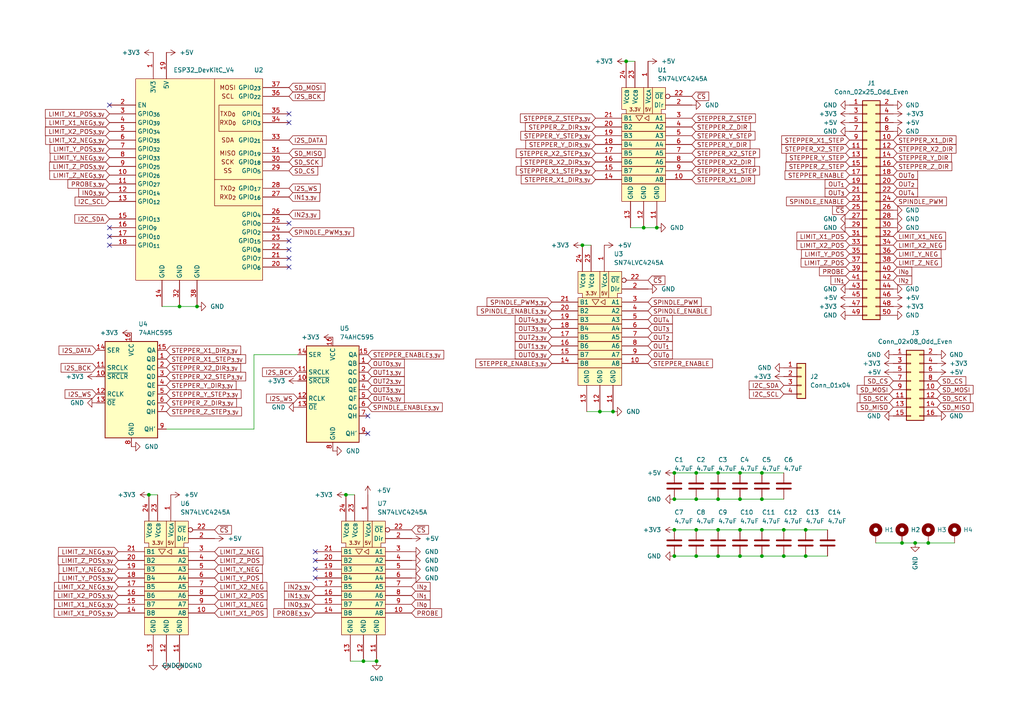
<source format=kicad_sch>
(kicad_sch (version 20211123) (generator eeschema)
  (paper "A4")
  (junction (at 177.8 119.38))
  (junction (at 220.98 137.16))
  (junction (at 261.62 157.48))
  (junction (at 214.63 153.67))
  (junction (at 208.28 144.78))
  (junction (at 208.28 161.29))
  (junction (at 220.98 161.29))
  (junction (at 173.99 119.38))
  (junction (at 201.93 137.16))
  (junction (at 208.28 137.16))
  (junction (at 265.43 157.48))
  (junction (at 105.41 191.77))
  (junction (at 100.33 143.51))
  (junction (at 214.63 161.29))
  (junction (at 195.58 161.29))
  (junction (at 201.93 144.78))
  (junction (at 220.98 144.78))
  (junction (at 109.22 191.77))
  (junction (at 220.98 153.67))
  (junction (at 201.93 161.29))
  (junction (at 269.24 157.48))
  (junction (at 181.61 17.78))
  (junction (at 227.33 153.67))
  (junction (at 214.63 137.16))
  (junction (at 43.18 143.51))
  (junction (at 190.5 66.04))
  (junction (at 57.15 88.9))
  (junction (at 233.68 161.29))
  (junction (at 195.58 137.16))
  (junction (at 195.58 144.78))
  (junction (at 214.63 144.78))
  (junction (at 227.33 161.29))
  (junction (at 186.69 66.04))
  (junction (at 52.07 88.9))
  (junction (at 201.93 153.67))
  (junction (at 195.58 153.67))
  (junction (at 168.91 71.12))
  (junction (at 233.68 153.67))
  (junction (at 208.28 153.67))
  (no_connect (at 83.82 33.02))
  (no_connect (at 83.82 35.56))
  (no_connect (at 83.82 64.77))
  (no_connect (at 83.82 77.47))
  (no_connect (at 83.82 72.39))
  (no_connect (at 83.82 74.93))
  (no_connect (at 31.75 66.04))
  (no_connect (at 31.75 68.58))
  (no_connect (at 31.75 71.12))
  (no_connect (at 83.82 69.85))
  (no_connect (at 106.68 120.65))
  (no_connect (at 106.68 125.73))
  (no_connect (at 91.44 160.02))
  (no_connect (at 91.44 162.56))
  (no_connect (at 91.44 165.1))
  (no_connect (at 91.44 167.64))
  (no_connect (at 31.75 30.48))
  (wire (pts (xy 220.98 161.29) (xy 227.33 161.29)))
  (wire (pts (xy 214.63 144.78) (xy 220.98 144.78)))
  (wire (pts (xy 52.07 88.9) (xy 46.99 88.9)))
  (wire (pts (xy 254 157.48) (xy 261.62 157.48)))
  (wire (pts (xy 201.93 161.29) (xy 208.28 161.29)))
  (wire (pts (xy 227.33 161.29) (xy 233.68 161.29)))
  (wire (pts (xy 201.93 153.67) (xy 208.28 153.67)))
  (wire (pts (xy 182.88 66.04) (xy 186.69 66.04)))
  (wire (pts (xy 214.63 161.29) (xy 220.98 161.29)))
  (wire (pts (xy 48.26 124.46) (xy 73.66 124.46)))
  (wire (pts (xy 195.58 153.67) (xy 201.93 153.67)))
  (wire (pts (xy 57.15 88.9) (xy 52.07 88.9)))
  (wire (pts (xy 43.18 143.51) (xy 45.72 143.51)))
  (wire (pts (xy 208.28 144.78) (xy 214.63 144.78)))
  (wire (pts (xy 201.93 144.78) (xy 208.28 144.78)))
  (wire (pts (xy 170.18 119.38) (xy 173.99 119.38)))
  (wire (pts (xy 220.98 153.67) (xy 227.33 153.67)))
  (wire (pts (xy 195.58 160.02) (xy 195.58 161.29)))
  (wire (pts (xy 201.93 137.16) (xy 208.28 137.16)))
  (wire (pts (xy 100.33 143.51) (xy 102.87 143.51)))
  (wire (pts (xy 101.6 191.77) (xy 105.41 191.77)))
  (wire (pts (xy 265.43 157.48) (xy 269.24 157.48)))
  (wire (pts (xy 214.63 137.16) (xy 220.98 137.16)))
  (wire (pts (xy 227.33 153.67) (xy 233.68 153.67)))
  (wire (pts (xy 73.66 102.87) (xy 86.36 102.87)))
  (wire (pts (xy 233.68 153.67) (xy 240.03 153.67)))
  (wire (pts (xy 233.68 161.29) (xy 240.03 161.29)))
  (wire (pts (xy 208.28 153.67) (xy 214.63 153.67)))
  (wire (pts (xy 261.62 157.48) (xy 265.43 157.48)))
  (wire (pts (xy 208.28 137.16) (xy 214.63 137.16)))
  (wire (pts (xy 214.63 153.67) (xy 220.98 153.67)))
  (wire (pts (xy 73.66 124.46) (xy 73.66 102.87)))
  (wire (pts (xy 269.24 157.48) (xy 276.86 157.48)))
  (wire (pts (xy 208.28 161.29) (xy 214.63 161.29)))
  (wire (pts (xy 195.58 137.16) (xy 201.93 137.16)))
  (wire (pts (xy 173.99 119.38) (xy 177.8 119.38)))
  (wire (pts (xy 220.98 144.78) (xy 227.33 144.78)))
  (wire (pts (xy 220.98 137.16) (xy 227.33 137.16)))
  (wire (pts (xy 195.58 144.78) (xy 201.93 144.78)))
  (wire (pts (xy 105.41 191.77) (xy 109.22 191.77)))
  (wire (pts (xy 195.58 161.29) (xy 201.93 161.29)))
  (wire (pts (xy 168.91 71.12) (xy 171.45 71.12)))
  (wire (pts (xy 181.61 17.78) (xy 184.15 17.78)))
  (wire (pts (xy 186.69 66.04) (xy 190.5 66.04)))
  (global_label "I2S_WS" (shape input) (at 27.94 114.3 180) (property "Intersheet References" "${INTERSHEET_REFS}" (effects hide)))
  (global_label "STEPPER_ENABLE_{3.3V}" (shape input) (at 106.68 102.87 0) (property "Intersheet References" "${INTERSHEET_REFS}" (effects hide)))
  (global_label "IN_{2}" (shape input) (at 259.08 81.28 0) (property "Intersheet References" "${INTERSHEET_REFS}" (effects hide)))
  (global_label "I2S_WS" (shape input) (at 83.82 54.61 0) (property "Intersheet References" "${INTERSHEET_REFS}" (effects hide)))
  (global_label "I2S_WS" (shape input) (at 86.36 115.57 180) (property "Intersheet References" "${INTERSHEET_REFS}" (effects hide)))
  (global_label "STEPPER_X2_STEP" (shape input) (at 246.38 43.18 180) (property "Intersheet References" "${INTERSHEET_REFS}" (effects hide)))
  (global_label "SPINDLE_PWM_{3.3V}" (shape input) (at 160.02 87.63 180) (property "Intersheet References" "${INTERSHEET_REFS}" (effects hide)))
  (global_label "I2S_DATA" (shape input) (at 83.82 40.64 0) (property "Intersheet References" "${INTERSHEET_REFS}" (effects hide)))
  (global_label "OUT1_{3.3V}" (shape input) (at 106.68 107.95 0) (property "Intersheet References" "${INTERSHEET_REFS}" (effects hide)))
  (global_label "~{CS}" (shape input) (at 119.38 153.67 0) (property "Intersheet References" "${INTERSHEET_REFS}" (effects hide)))
  (global_label "OUT_{0}" (shape input) (at 187.96 102.87 0) (property "Intersheet References" "${INTERSHEET_REFS}" (effects hide)))
  (global_label "OUT_{0}" (shape input) (at 259.08 50.8 0) (property "Intersheet References" "${INTERSHEET_REFS}" (effects hide)))
  (global_label "OUT_{2}" (shape input) (at 259.08 53.34 0) (property "Intersheet References" "${INTERSHEET_REFS}" (effects hide)))
  (global_label "LIMIT_X1_NEG_{3.3V}" (shape input) (at 31.75 35.56 180) (property "Intersheet References" "${INTERSHEET_REFS}" (effects hide)))
  (global_label "STEPPER_Z_STEP_{3.3V}" (shape input) (at 48.26 119.38 0) (property "Intersheet References" "${INTERSHEET_REFS}" (effects hide)))
  (global_label "STEPPER_ENABLE" (shape input) (at 187.96 105.41 0) (property "Intersheet References" "${INTERSHEET_REFS}" (effects hide)))
  (global_label "SD_MOSI" (shape input) (at 271.78 113.03 0) (property "Intersheet References" "${INTERSHEET_REFS}" (effects hide)))
  (global_label "STEPPER_X1_DIR_{3.3V}" (shape input) (at 172.72 52.07 180) (property "Intersheet References" "${INTERSHEET_REFS}" (effects hide)))
  (global_label "LIMIT_Z_POS_{3.3V}" (shape input) (at 31.75 48.26 180) (property "Intersheet References" "${INTERSHEET_REFS}" (effects hide)))
  (global_label "SD_CS" (shape input) (at 271.78 110.49 0) (property "Intersheet References" "${INTERSHEET_REFS}" (effects hide)))
  (global_label "OUT_{1}" (shape input) (at 187.96 100.33 0) (property "Intersheet References" "${INTERSHEET_REFS}" (effects hide)))
  (global_label "STEPPER_Z_DIR_{3.3V}" (shape input) (at 172.72 36.83 180) (property "Intersheet References" "${INTERSHEET_REFS}" (effects hide)))
  (global_label "LIMIT_X2_NEG" (shape input) (at 62.23 170.18 0) (property "Intersheet References" "${INTERSHEET_REFS}" (effects hide)))
  (global_label "I2C_SCL" (shape input) (at 227.33 114.3 180) (property "Intersheet References" "${INTERSHEET_REFS}" (effects hide)))
  (global_label "SD_MISO" (shape input) (at 271.78 118.11 0) (property "Intersheet References" "${INTERSHEET_REFS}" (effects hide)))
  (global_label "IN_{1}" (shape input) (at 246.38 81.28 180) (property "Intersheet References" "${INTERSHEET_REFS}" (effects hide)))
  (global_label "LIMIT_X1_POS_{3.3V}" (shape input) (at 31.75 33.02 180) (property "Intersheet References" "${INTERSHEET_REFS}" (effects hide)))
  (global_label "PROBE_{3.3V}" (shape input) (at 91.44 177.8 180) (property "Intersheet References" "${INTERSHEET_REFS}" (effects hide)))
  (global_label "IN_{1}" (shape input) (at 119.38 172.72 0) (property "Intersheet References" "${INTERSHEET_REFS}" (effects hide)))
  (global_label "LIMIT_Y_POS_{3.3V}" (shape input) (at 34.29 167.64 180) (property "Intersheet References" "${INTERSHEET_REFS}" (effects hide)))
  (global_label "STEPPER_X1_STEP_{3.3V}" (shape input) (at 48.26 104.14 0) (property "Intersheet References" "${INTERSHEET_REFS}" (effects hide)))
  (global_label "LIMIT_X1_POS" (shape input) (at 62.23 177.8 0) (property "Intersheet References" "${INTERSHEET_REFS}" (effects hide)))
  (global_label "LIMIT_Y_POS" (shape input) (at 62.23 167.64 0) (property "Intersheet References" "${INTERSHEET_REFS}" (effects hide)))
  (global_label "OUT2_{3.3V}" (shape input) (at 160.02 97.79 180) (property "Intersheet References" "${INTERSHEET_REFS}" (effects hide)))
  (global_label "STEPPER_Z_STEP_{3.3V}" (shape input) (at 172.72 34.29 180) (property "Intersheet References" "${INTERSHEET_REFS}" (effects hide)))
  (global_label "IN1_{3.3V}" (shape input) (at 91.44 172.72 180) (property "Intersheet References" "${INTERSHEET_REFS}" (effects hide)))
  (global_label "STEPPER_X2_STEP" (shape input) (at 200.66 44.45 0) (property "Intersheet References" "${INTERSHEET_REFS}" (effects hide)))
  (global_label "~{CS}" (shape input) (at 246.38 60.96 180) (property "Intersheet References" "${INTERSHEET_REFS}" (effects hide)))
  (global_label "LIMIT_X1_NEG_{3.3V}" (shape input) (at 34.29 175.26 180) (property "Intersheet References" "${INTERSHEET_REFS}" (effects hide)))
  (global_label "SPINDLE_ENABLE" (shape input) (at 246.38 58.42 180) (property "Intersheet References" "${INTERSHEET_REFS}" (effects hide)))
  (global_label "LIMIT_Y_NEG" (shape input) (at 62.23 165.1 0) (property "Intersheet References" "${INTERSHEET_REFS}" (effects hide)))
  (global_label "OUT_{3}" (shape input) (at 246.38 55.88 180) (property "Intersheet References" "${INTERSHEET_REFS}" (effects hide)))
  (global_label "I2C_SCL" (shape input) (at 31.75 58.42 180) (property "Intersheet References" "${INTERSHEET_REFS}" (effects hide)))
  (global_label "LIMIT_X1_NEG" (shape input) (at 62.23 175.26 0) (property "Intersheet References" "${INTERSHEET_REFS}" (effects hide)))
  (global_label "LIMIT_X2_POS" (shape input) (at 62.23 172.72 0) (property "Intersheet References" "${INTERSHEET_REFS}" (effects hide)))
  (global_label "OUT0_{3.3V}" (shape input) (at 160.02 102.87 180) (property "Intersheet References" "${INTERSHEET_REFS}" (effects hide)))
  (global_label "IN2_{3.3V}" (shape input) (at 91.44 170.18 180) (property "Intersheet References" "${INTERSHEET_REFS}" (effects hide)))
  (global_label "OUT_{3}" (shape input) (at 187.96 95.25 0) (property "Intersheet References" "${INTERSHEET_REFS}" (effects hide)))
  (global_label "OUT_{2}" (shape input) (at 187.96 97.79 0) (property "Intersheet References" "${INTERSHEET_REFS}" (effects hide)))
  (global_label "LIMIT_Y_NEG_{3.3V}" (shape input) (at 34.29 165.1 180) (property "Intersheet References" "${INTERSHEET_REFS}" (effects hide)))
  (global_label "STEPPER_Z_DIR_{3.3V}" (shape input) (at 48.26 116.84 0) (property "Intersheet References" "${INTERSHEET_REFS}" (effects hide)))
  (global_label "LIMIT_X2_NEG_{3.3V}" (shape input) (at 31.75 40.64 180) (property "Intersheet References" "${INTERSHEET_REFS}" (effects hide)))
  (global_label "STEPPER_X1_DIR" (shape input) (at 200.66 52.07 0) (property "Intersheet References" "${INTERSHEET_REFS}" (effects hide)))
  (global_label "OUT1_{3.3V}" (shape input) (at 160.02 100.33 180) (property "Intersheet References" "${INTERSHEET_REFS}" (effects hide)))
  (global_label "OUT_{4}" (shape input) (at 259.08 55.88 0) (property "Intersheet References" "${INTERSHEET_REFS}" (effects hide)))
  (global_label "STEPPER_Z_STEP" (shape input) (at 200.66 34.29 0) (property "Intersheet References" "${INTERSHEET_REFS}" (effects hide)))
  (global_label "OUT3_{3.3V}" (shape input) (at 160.02 95.25 180) (property "Intersheet References" "${INTERSHEET_REFS}" (effects hide)))
  (global_label "STEPPER_X1_STEP_{3.3V}" (shape input) (at 172.72 49.53 180) (property "Intersheet References" "${INTERSHEET_REFS}" (effects hide)))
  (global_label "OUT_{1}" (shape input) (at 246.38 53.34 180) (property "Intersheet References" "${INTERSHEET_REFS}" (effects hide)))
  (global_label "STEPPER_X2_DIR_{3.3V}" (shape input) (at 172.72 46.99 180) (property "Intersheet References" "${INTERSHEET_REFS}" (effects hide)))
  (global_label "LIMIT_X2_POS_{3.3V}" (shape input) (at 31.75 38.1 180) (property "Intersheet References" "${INTERSHEET_REFS}" (effects hide)))
  (global_label "LIMIT_X2_POS_{3.3V}" (shape input) (at 34.29 172.72 180) (property "Intersheet References" "${INTERSHEET_REFS}" (effects hide)))
  (global_label "LIMIT_X1_POS" (shape input) (at 246.38 68.58 180) (property "Intersheet References" "${INTERSHEET_REFS}" (effects hide)))
  (global_label "IN2_{3.3V}" (shape input) (at 83.82 62.23 0) (property "Intersheet References" "${INTERSHEET_REFS}" (effects hide)))
  (global_label "SD_MISO" (shape input) (at 259.08 118.11 180) (property "Intersheet References" "${INTERSHEET_REFS}" (effects hide)))
  (global_label "OUT4_{3.3V}" (shape input) (at 106.68 115.57 0) (property "Intersheet References" "${INTERSHEET_REFS}" (effects hide)))
  (global_label "SD_MOSI" (shape input) (at 259.08 113.03 180) (property "Intersheet References" "${INTERSHEET_REFS}" (effects hide)))
  (global_label "IN_{0}" (shape input) (at 259.08 78.74 0) (property "Intersheet References" "${INTERSHEET_REFS}" (effects hide)))
  (global_label "SD_MOSI" (shape input) (at 83.82 25.4 0) (property "Intersheet References" "${INTERSHEET_REFS}" (effects hide)))
  (global_label "I2S_BCK" (shape input) (at 86.36 107.95 180) (property "Intersheet References" "${INTERSHEET_REFS}" (effects hide)))
  (global_label "OUT2_{3.3V}" (shape input) (at 106.68 110.49 0) (property "Intersheet References" "${INTERSHEET_REFS}" (effects hide)))
  (global_label "STEPPER_X2_STEP_{3.3V}" (shape input) (at 48.26 109.22 0) (property "Intersheet References" "${INTERSHEET_REFS}" (effects hide)))
  (global_label "LIMIT_Z_POS" (shape input) (at 246.38 76.2 180) (property "Intersheet References" "${INTERSHEET_REFS}" (effects hide)))
  (global_label "OUT0_{3.3V}" (shape input) (at 106.68 105.41 0) (property "Intersheet References" "${INTERSHEET_REFS}" (effects hide)))
  (global_label "LIMIT_Y_POS_{3.3V}" (shape input) (at 31.75 43.18 180) (property "Intersheet References" "${INTERSHEET_REFS}" (effects hide)))
  (global_label "STEPPER_Z_STEP" (shape input) (at 246.38 48.26 180) (property "Intersheet References" "${INTERSHEET_REFS}" (effects hide)))
  (global_label "~{CS}" (shape input) (at 62.23 153.67 0) (property "Intersheet References" "${INTERSHEET_REFS}" (effects hide)))
  (global_label "STEPPER_X1_STEP" (shape input) (at 200.66 49.53 0) (property "Intersheet References" "${INTERSHEET_REFS}" (effects hide)))
  (global_label "SPINDLE_PWM" (shape input) (at 187.96 87.63 0) (property "Intersheet References" "${INTERSHEET_REFS}" (effects hide)))
  (global_label "STEPPER_ENABLE" (shape input) (at 246.38 50.8 180) (property "Intersheet References" "${INTERSHEET_REFS}" (effects hide)))
  (global_label "IN1_{3.3V}" (shape input) (at 83.82 57.15 0) (property "Intersheet References" "${INTERSHEET_REFS}" (effects hide)))
  (global_label "STEPPER_Y_DIR" (shape input) (at 200.66 41.91 0) (property "Intersheet References" "${INTERSHEET_REFS}" (effects hide)))
  (global_label "I2S_BCK" (shape input) (at 83.82 27.94 0) (property "Intersheet References" "${INTERSHEET_REFS}" (effects hide)))
  (global_label "STEPPER_Y_STEP_{3.3V}" (shape input) (at 172.72 39.37 180) (property "Intersheet References" "${INTERSHEET_REFS}" (effects hide)))
  (global_label "STEPPER_Y_STEP_{3.3V}" (shape input) (at 48.26 114.3 0) (property "Intersheet References" "${INTERSHEET_REFS}" (effects hide)))
  (global_label "SPINDLE_ENABLE_{3.3V}" (shape input) (at 106.68 118.11 0) (property "Intersheet References" "${INTERSHEET_REFS}" (effects hide)))
  (global_label "I2C_SDA" (shape input) (at 227.33 111.76 180) (property "Intersheet References" "${INTERSHEET_REFS}" (effects hide)))
  (global_label "PROBE_{3.3V}" (shape input) (at 31.75 53.34 180) (property "Intersheet References" "${INTERSHEET_REFS}" (effects hide)))
  (global_label "LIMIT_Z_NEG_{3.3V}" (shape input) (at 34.29 160.02 180) (property "Intersheet References" "${INTERSHEET_REFS}" (effects hide)))
  (global_label "STEPPER_Y_STEP" (shape input) (at 246.38 45.72 180) (property "Intersheet References" "${INTERSHEET_REFS}" (effects hide)))
  (global_label "I2S_DATA" (shape input) (at 27.94 101.6 180) (property "Intersheet References" "${INTERSHEET_REFS}" (effects hide)))
  (global_label "LIMIT_Z_NEG" (shape input) (at 62.23 160.02 0) (property "Intersheet References" "${INTERSHEET_REFS}" (effects hide)))
  (global_label "LIMIT_Y_NEG" (shape input) (at 259.08 73.66 0) (property "Intersheet References" "${INTERSHEET_REFS}" (effects hide)))
  (global_label "LIMIT_X1_POS_{3.3V}" (shape input) (at 34.29 177.8 180) (property "Intersheet References" "${INTERSHEET_REFS}" (effects hide)))
  (global_label "LIMIT_Z_POS_{3.3V}" (shape input) (at 34.29 162.56 180) (property "Intersheet References" "${INTERSHEET_REFS}" (effects hide)))
  (global_label "SPINDLE_PWM_{3.3V}" (shape input) (at 83.82 67.31 0) (property "Intersheet References" "${INTERSHEET_REFS}" (effects hide)))
  (global_label "STEPPER_Y_DIR_{3.3V}" (shape input) (at 172.72 41.91 180) (property "Intersheet References" "${INTERSHEET_REFS}" (effects hide)))
  (global_label "PROBE" (shape input) (at 119.38 177.8 0) (property "Intersheet References" "${INTERSHEET_REFS}" (effects hide)))
  (global_label "IN0_{3.3V}" (shape input) (at 91.44 175.26 180) (property "Intersheet References" "${INTERSHEET_REFS}" (effects hide)))
  (global_label "LIMIT_Z_POS" (shape input) (at 62.23 162.56 0) (property "Intersheet References" "${INTERSHEET_REFS}" (effects hide)))
  (global_label "SD_CS" (shape input) (at 83.82 49.53 0) (property "Intersheet References" "${INTERSHEET_REFS}" (effects hide)))
  (global_label "STEPPER_Y_DIR" (shape input) (at 259.08 45.72 0) (property "Intersheet References" "${INTERSHEET_REFS}" (effects hide)))
  (global_label "LIMIT_X2_NEG_{3.3V}" (shape input) (at 34.29 170.18 180) (property "Intersheet References" "${INTERSHEET_REFS}" (effects hide)))
  (global_label "STEPPER_X2_STEP_{3.3V}" (shape input) (at 172.72 44.45 180) (property "Intersheet References" "${INTERSHEET_REFS}" (effects hide)))
  (global_label "OUT3_{3.3V}" (shape input) (at 106.68 113.03 0) (property "Intersheet References" "${INTERSHEET_REFS}" (effects hide)))
  (global_label "STEPPER_X2_DIR" (shape input) (at 259.08 43.18 0) (property "Intersheet References" "${INTERSHEET_REFS}" (effects hide)))
  (global_label "OUT4_{3.3V}" (shape input) (at 160.02 92.71 180) (property "Intersheet References" "${INTERSHEET_REFS}" (effects hide)))
  (global_label "SPINDLE_ENABLE_{3.3V}" (shape input) (at 160.02 90.17 180) (property "Intersheet References" "${INTERSHEET_REFS}" (effects hide)))
  (global_label "STEPPER_Y_STEP" (shape input) (at 200.66 39.37 0) (property "Intersheet References" "${INTERSHEET_REFS}" (effects hide)))
  (global_label "STEPPER_X1_DIR_{3.3V}" (shape input) (at 48.26 101.6 0) (property "Intersheet References" "${INTERSHEET_REFS}" (effects hide)))
  (global_label "STEPPER_Z_DIR" (shape input) (at 259.08 48.26 0) (property "Intersheet References" "${INTERSHEET_REFS}" (effects hide)))
  (global_label "SPINDLE_PWM" (shape input) (at 259.08 58.42 0) (property "Intersheet References" "${INTERSHEET_REFS}" (effects hide)))
  (global_label "OUT_{4}" (shape input) (at 187.96 92.71 0) (property "Intersheet References" "${INTERSHEET_REFS}" (effects hide)))
  (global_label "~{CS}" (shape input) (at 200.66 27.94 0) (property "Intersheet References" "${INTERSHEET_REFS}" (effects hide)))
  (global_label "SPINDLE_ENABLE" (shape input) (at 187.96 90.17 0) (property "Intersheet References" "${INTERSHEET_REFS}" (effects hide)))
  (global_label "LIMIT_Z_NEG_{3.3V}" (shape input) (at 31.75 50.8 180) (property "Intersheet References" "${INTERSHEET_REFS}" (effects hide)))
  (global_label "STEPPER_X2_DIR_{3.3V}" (shape input) (at 48.26 106.68 0) (property "Intersheet References" "${INTERSHEET_REFS}" (effects hide)))
  (global_label "LIMIT_Y_POS" (shape input) (at 246.38 73.66 180) (property "Intersheet References" "${INTERSHEET_REFS}" (effects hide)))
  (global_label "SD_SCK" (shape input) (at 83.82 46.99 0) (property "Intersheet References" "${INTERSHEET_REFS}" (effects hide)))
  (global_label "LIMIT_X2_POS" (shape input) (at 246.38 71.12 180) (property "Intersheet References" "${INTERSHEET_REFS}" (effects hide)))
  (global_label "IN0_{3.3V}" (shape input) (at 31.75 55.88 180) (property "Intersheet References" "${INTERSHEET_REFS}" (effects hide)))
  (global_label "IN_{2}" (shape input) (at 119.38 170.18 0) (property "Intersheet References" "${INTERSHEET_REFS}" (effects hide)))
  (global_label "STEPPER_X1_STEP" (shape input) (at 246.38 40.64 180) (property "Intersheet References" "${INTERSHEET_REFS}" (effects hide)))
  (global_label "SD_SCK" (shape input) (at 271.78 115.57 0) (property "Intersheet References" "${INTERSHEET_REFS}" (effects hide)))
  (global_label "I2S_BCK" (shape input) (at 27.94 106.68 180) (property "Intersheet References" "${INTERSHEET_REFS}" (effects hide)))
  (global_label "STEPPER_Z_DIR" (shape input) (at 200.66 36.83 0) (property "Intersheet References" "${INTERSHEET_REFS}" (effects hide)))
  (global_label "IN_{0}" (shape input) (at 119.38 175.26 0) (property "Intersheet References" "${INTERSHEET_REFS}" (effects hide)))
  (global_label "STEPPER_ENABLE_{3.3V}" (shape input) (at 160.02 105.41 180) (property "Intersheet References" "${INTERSHEET_REFS}" (effects hide)))
  (global_label "I2C_SDA" (shape input) (at 31.75 63.5 180) (property "Intersheet References" "${INTERSHEET_REFS}" (effects hide)))
  (global_label "PROBE" (shape input) (at 246.38 78.74 180) (property "Intersheet References" "${INTERSHEET_REFS}" (effects hide)))
  (global_label "~{CS}" (shape input) (at 187.96 81.28 0) (property "Intersheet References" "${INTERSHEET_REFS}" (effects hide)))
  (global_label "LIMIT_X2_NEG" (shape input) (at 259.08 71.12 0) (property "Intersheet References" "${INTERSHEET_REFS}" (effects hide)))
  (global_label "LIMIT_X1_NEG" (shape input) (at 259.08 68.58 0) (property "Intersheet References" "${INTERSHEET_REFS}" (effects hide)))
  (global_label "LIMIT_Y_NEG_{3.3V}" (shape input) (at 31.75 45.72 180) (property "Intersheet References" "${INTERSHEET_REFS}" (effects hide)))
  (global_label "SD_MISO" (shape input) (at 83.82 44.45 0) (property "Intersheet References" "${INTERSHEET_REFS}" (effects hide)))
  (global_label "STEPPER_X1_DIR" (shape input) (at 259.08 40.64 0) (property "Intersheet References" "${INTERSHEET_REFS}" (effects hide)))
  (global_label "STEPPER_X2_DIR" (shape input) (at 200.66 46.99 0) (property "Intersheet References" "${INTERSHEET_REFS}" (effects hide)))
  (global_label "STEPPER_Y_DIR_{3.3V}" (shape input) (at 48.26 111.76 0) (property "Intersheet References" "${INTERSHEET_REFS}" (effects hide)))
  (global_label "SD_SCK" (shape input) (at 259.08 115.57 180) (property "Intersheet References" "${INTERSHEET_REFS}" (effects hide)))
  (global_label "LIMIT_Z_NEG" (shape input) (at 259.08 76.2 0) (property "Intersheet References" "${INTERSHEET_REFS}" (effects hide)))
  (global_label "SD_CS" (shape input) (at 259.08 110.49 180) (property "Intersheet References" "${INTERSHEET_REFS}" (effects hide)))
  (symbol (lib_id "power:GND") (at 246.38 66.04 270) (unit 1)
    (property "Reference" "#PWR018" (effects hide))
    (property "Value" "GND" (at 238.76 66.04 90) (effects (justify left)))
  )
  (symbol (lib_id "power:+3V3") (at 43.18 143.51 90) (unit 1)
    (property "Reference" "#PWR052" (effects hide))
    (property "Value" "+3V3" (at 39.37 143.5099 90) (effects (justify left)))
  )
  (symbol (lib_id "power:+3V3") (at 38.1 96.52 90) (unit 1)
    (property "Reference" "#PWR032" (effects hide))
    (property "Value" "+3V3" (at 34.29 96.5199 90) (effects (justify left)))
  )
  (symbol (lib_id "power:+3V3") (at 195.58 153.67 90) (unit 1)
    (property "Reference" "#PWR057" (effects hide))
    (property "Value" "+3V3" (at 191.77 153.6699 90) (effects (justify left)))
  )
  (symbol (lib_id "power:GND") (at 190.5 66.04 90) (unit 1)
    (property "Reference" "#PWR017" (effects hide))
    (property "Value" "GND" (at 194.31 66.0399 90) (effects (justify right)))
  )
  (symbol (lib_id "power:GND") (at 44.45 191.77 0) (mirror y) (unit 1)
    (property "Reference" "#PWR0101" (effects hide))
    (property "Value" "GND" (at 46.99 193.0399 0) (effects (justify right)))
  )
  (symbol (lib_id "power:+5V") (at 62.23 156.21 270) (unit 1)
    (property "Reference" "#PWR058" (effects hide))
    (property "Value" "+5V" (at 66.04 156.2099 90) (effects (justify left)))
  )
  (symbol (lib_id "Device:C") (at 201.93 140.97 0) (unit 1)
    (property "Reference" "C2" (at 201.93 133.35 0) (effects (justify left)))
    (property "Value" "4.7uF" (at 201.93 135.89 0) (effects (justify left)))
    (property "Footprint" "Capacitor_SMD:C_0402_1005Metric" (effects hide))
    (property "JLCPCB" "C23733" (effects hide))
  )
  (symbol (lib_id "power:GND") (at 227.33 106.68 270) (unit 1)
    (property "Reference" "#PWR038" (effects hide))
    (property "Value" "GND" (at 219.71 106.68 90) (effects (justify left)))
  )
  (symbol (lib_id "power:GND") (at 259.08 83.82 90) (unit 1)
    (property "Reference" "#PWR024" (effects hide))
    (property "Value" "GND" (at 266.7 83.82 90) (effects (justify left)))
  )
  (symbol (lib_id "Device:C") (at 233.68 157.48 0) (unit 1)
    (property "Reference" "C13" (at 233.68 148.59 0) (effects (justify left)))
    (property "Value" "4.7uF" (at 233.68 151.13 0) (effects (justify left)))
    (property "Footprint" "Capacitor_SMD:C_0402_1005Metric" (effects hide))
    (property "JLCPCB" "C23733" (effects hide))
  )
  (symbol (lib_id "Connector_Generic:Conn_02x08_Odd_Even") (at 264.16 110.49 0) (unit 1)
    (property "Reference" "J3" (at 265.43 96.52 0))
    (property "Value" "Conn_02x08_Odd_Even" (at 265.43 99.06 0))
    (property "Footprint" "Connector_PinSocket_2.54mm:PinSocket_2x08_P2.54mm_Vertical" (effects hide))
  )
  (symbol (lib_id "power:+5V") (at 271.78 107.95 270) (unit 1)
    (property "Reference" "#PWR040" (effects hide))
    (property "Value" "+5V" (at 279.4 107.95 90) (effects (justify right)))
  )
  (symbol (lib_id "power:GND") (at 259.08 38.1 90) (unit 1)
    (property "Reference" "#PWR013" (effects hide))
    (property "Value" "GND" (at 266.7 38.1 90) (effects (justify left)))
  )
  (symbol (lib_id "Device:C") (at 214.63 140.97 0) (unit 1)
    (property "Reference" "C4" (at 214.63 133.35 0) (effects (justify left)))
    (property "Value" "4.7uF" (at 214.63 135.89 0) (effects (justify left)))
    (property "Footprint" "Capacitor_SMD:C_0402_1005Metric" (effects hide))
    (property "JLCPCB" "C23733" (effects hide))
  )
  (symbol (lib_id "power:GND") (at 195.58 144.78 270) (unit 1)
    (property "Reference" "#PWR056" (effects hide))
    (property "Value" "GND" (at 191.77 144.7799 90) (effects (justify right)))
  )
  (symbol (lib_id "Connector_Generic:Conn_02x25_Odd_Even") (at 251.46 60.96 0) (unit 1)
    (property "Reference" "J1" (at 252.73 24.13 0))
    (property "Value" "Conn_02x25_Odd_Even" (at 252.73 26.67 0))
    (property "Footprint" "Connector_PinHeader_2.54mm:PinHeader_2x25_P2.54mm_Horizontal" (effects hide))
  )
  (symbol (lib_id "power:GND") (at 187.96 83.82 90) (unit 1)
    (property "Reference" "#PWR022" (effects hide))
    (property "Value" "GND" (at 191.77 83.8199 90) (effects (justify right)))
  )
  (symbol (lib_id "power:GND") (at 38.1 129.54 90) (unit 1)
    (property "Reference" "#PWR049" (effects hide))
    (property "Value" "GND" (at 41.91 129.5399 90) (effects (justify right)))
  )
  (symbol (lib_id "power:+5V") (at 119.38 156.21 270) (unit 1)
    (property "Reference" "#PWR059" (effects hide))
    (property "Value" "+5V" (at 123.19 156.2099 90) (effects (justify left)))
  )
  (symbol (lib_id "JLC:SN74LVC4245A") (at 48.26 166.37 0) (mirror y) (unit 1)
    (property "Reference" "U6" (at 52.2987 146.05 0) (effects (justify right)))
    (property "Value" "SN74LVC4245A" (at 52.2987 148.59 0) (effects (justify right)))
    (property "Footprint" "Package_SO:TSSOP-24_4.4x7.8mm_P0.65mm" (effects hide))
    (property "Datasheet" "https://datasheet.lcsc.com/lcsc/1809192324_Texas-Instruments-SN74LVC4245APWR_C7859.pdf" (effects hide))
    (property "JLCPCB" "C7859" (effects hide))
  )
  (symbol (lib_id "power:+5V") (at 195.58 137.16 90) (unit 1)
    (property "Reference" "#PWR051" (effects hide))
    (property "Value" "+5V" (at 191.77 137.1599 90) (effects (justify left)))
  )
  (symbol (lib_id "Device:C") (at 227.33 140.97 0) (unit 1)
    (property "Reference" "C6" (at 227.33 133.35 0) (effects (justify left)))
    (property "Value" "4.7uF" (at 227.33 135.89 0) (effects (justify left)))
    (property "Footprint" "Capacitor_SMD:C_0402_1005Metric" (effects hide))
    (property "JLCPCB" "C23733" (effects hide))
  )
  (symbol (lib_id "Mechanical:MountingHole_Pad") (at 269.24 154.94 0) (unit 1)
    (property "Reference" "H3" (at 271.78 153.6699 0) (effects (justify left)))
    (property "Value" "MountingHole_Pad" (effects hide))
    (property "Footprint" "MountingHole:MountingHole_4.5mm_Pad_Via" (effects hide))
  )
  (symbol (lib_id "power:GND") (at 119.38 167.64 90) (unit 1)
    (property "Reference" "#PWR0104" (effects hide))
    (property "Value" "GND" (at 123.19 167.6399 90) (effects (justify right)))
  )
  (symbol (lib_id "power:+3V3") (at 246.38 33.02 90) (unit 1)
    (property "Reference" "#PWR08" (effects hide))
    (property "Value" "+3V3" (at 237.49 33.02 90) (effects (justify right)))
  )
  (symbol (lib_id "Device:C") (at 208.28 157.48 0) (unit 1)
    (property "Reference" "C9" (at 208.28 148.59 0) (effects (justify left)))
    (property "Value" "4.7uF" (at 208.28 151.13 0) (effects (justify left)))
    (property "Footprint" "Capacitor_SMD:C_0402_1005Metric" (effects hide))
    (property "JLCPCB" "C23733" (effects hide))
  )
  (symbol (lib_id "power:GND") (at 271.78 102.87 90) (unit 1)
    (property "Reference" "#PWR035" (effects hide))
    (property "Value" "GND" (at 279.4 102.87 90) (effects (justify left)))
  )
  (symbol (lib_id "power:GND") (at 259.08 91.44 90) (unit 1)
    (property "Reference" "#PWR031" (effects hide))
    (property "Value" "GND" (at 266.7 91.44 90) (effects (justify left)))
  )
  (symbol (lib_id "power:+3V3") (at 259.08 88.9 270) (unit 1)
    (property "Reference" "#PWR029" (effects hide))
    (property "Value" "+3V3" (at 267.97 88.9 90) (effects (justify right)))
  )
  (symbol (lib_id "power:GND") (at 259.08 102.87 270) (unit 1)
    (property "Reference" "#PWR034" (effects hide))
    (property "Value" "GND" (at 251.46 102.87 90) (effects (justify left)))
  )
  (symbol (lib_id "power:GND") (at 246.38 83.82 270) (unit 1)
    (property "Reference" "#PWR023" (effects hide))
    (property "Value" "GND" (at 238.76 83.82 90) (effects (justify left)))
  )
  (symbol (lib_id "JLC:SN74LVC4245A") (at 173.99 93.98 0) (mirror y) (unit 1)
    (property "Reference" "U3" (at 178.0287 73.66 0) (effects (justify right)))
    (property "Value" "SN74LVC4245A" (at 178.0287 76.2 0) (effects (justify right)))
    (property "Footprint" "Package_SO:TSSOP-24_4.4x7.8mm_P0.65mm" (effects hide))
    (property "Datasheet" "https://datasheet.lcsc.com/lcsc/1809192324_Texas-Instruments-SN74LVC4245APWR_C7859.pdf" (effects hide))
    (property "JLCPCB" "C7859" (effects hide))
  )
  (symbol (lib_id "power:GND") (at 109.22 191.77 0) (unit 1)
    (property "Reference" "#PWR063" (effects hide))
    (property "Value" "GND" (at 109.22 196.85 0))
  )
  (symbol (lib_id "power:+3V3") (at 96.52 97.79 90) (unit 1)
    (property "Reference" "#PWR033" (effects hide))
    (property "Value" "+3V3" (at 92.71 97.7899 90) (effects (justify left)))
  )
  (symbol (lib_id "Device:C") (at 220.98 157.48 0) (unit 1)
    (property "Reference" "C11" (at 220.98 148.59 0) (effects (justify left)))
    (property "Value" "4.7uF" (at 220.98 151.13 0) (effects (justify left)))
    (property "Footprint" "Capacitor_SMD:C_0402_1005Metric" (effects hide))
    (property "JLCPCB" "C23733" (effects hide))
  )
  (symbol (lib_id "Device:C") (at 227.33 157.48 0) (unit 1)
    (property "Reference" "C12" (at 227.33 148.59 0) (effects (justify left)))
    (property "Value" "4.7uF" (at 227.33 151.13 0) (effects (justify left)))
    (property "Footprint" "Capacitor_SMD:C_0402_1005Metric" (effects hide))
    (property "JLCPCB" "C23733" (effects hide))
  )
  (symbol (lib_id "power:GND") (at 119.38 165.1 90) (unit 1)
    (property "Reference" "#PWR0103" (effects hide))
    (property "Value" "GND" (at 123.19 165.0999 90) (effects (justify right)))
  )
  (symbol (lib_id "power:GND") (at 246.38 63.5 270) (unit 1)
    (property "Reference" "#PWR015" (effects hide))
    (property "Value" "GND" (at 238.76 63.5 90) (effects (justify left)))
  )
  (symbol (lib_id "Device:C") (at 240.03 157.48 0) (unit 1)
    (property "Reference" "C14" (at 240.03 148.59 0) (effects (justify left)))
    (property "Value" "4.7uF" (at 240.03 151.13 0) (effects (justify left)))
    (property "Footprint" "Capacitor_SMD:C_0402_1005Metric" (effects hide))
    (property "JLCPCB" "C23733" (effects hide))
  )
  (symbol (lib_id "Device:C") (at 214.63 157.48 0) (unit 1)
    (property "Reference" "C10" (at 214.63 148.59 0) (effects (justify left)))
    (property "Value" "4.7uF" (at 214.63 151.13 0) (effects (justify left)))
    (property "Footprint" "Capacitor_SMD:C_0402_1005Metric" (effects hide))
    (property "JLCPCB" "C23733" (effects hide))
  )
  (symbol (lib_id "power:GND") (at 259.08 63.5 90) (unit 1)
    (property "Reference" "#PWR016" (effects hide))
    (property "Value" "GND" (at 266.7 63.5 90) (effects (justify left)))
  )
  (symbol (lib_id "JLC:SN74LVC4245A") (at 105.41 166.37 0) (mirror y) (unit 1)
    (property "Reference" "U7" (at 109.4487 146.05 0) (effects (justify right)))
    (property "Value" "SN74LVC4245A" (at 109.4487 148.59 0) (effects (justify right)))
    (property "Footprint" "Package_SO:TSSOP-24_4.4x7.8mm_P0.65mm" (effects hide))
    (property "Datasheet" "https://datasheet.lcsc.com/lcsc/1809192324_Texas-Instruments-SN74LVC4245APWR_C7859.pdf" (effects hide))
    (property "JLCPCB" "C7859" (effects hide))
  )
  (symbol (lib_id "power:+5V") (at 259.08 86.36 270) (unit 1)
    (property "Reference" "#PWR026" (effects hide))
    (property "Value" "+5V" (at 266.7 86.36 90) (effects (justify right)))
  )
  (symbol (lib_id "Device:C") (at 195.58 140.97 0) (unit 1)
    (property "Reference" "C1" (at 195.58 133.35 0) (effects (justify left)))
    (property "Value" "4.7uF" (at 195.58 135.89 0) (effects (justify left)))
    (property "Footprint" "Capacitor_SMD:C_0402_1005Metric" (effects hide))
    (property "JLCPCB" "C23733" (effects hide))
  )
  (symbol (lib_id "power:GND") (at 200.66 30.48 90) (unit 1)
    (property "Reference" "#PWR05" (effects hide))
    (property "Value" "GND" (at 204.47 30.4799 90) (effects (justify right)))
  )
  (symbol (lib_id "power:GND") (at 52.07 191.77 0) (mirror y) (unit 1)
    (property "Reference" "#PWR062" (effects hide))
    (property "Value" "GND" (at 54.61 193.0399 0) (effects (justify right)))
  )
  (symbol (lib_id "power:GND") (at 119.38 162.56 90) (unit 1)
    (property "Reference" "#PWR0106" (effects hide))
    (property "Value" "GND" (at 123.19 162.5599 90) (effects (justify right)))
  )
  (symbol (lib_id "power:GND") (at 259.08 66.04 90) (unit 1)
    (property "Reference" "#PWR019" (effects hide))
    (property "Value" "GND" (at 266.7 66.04 90) (effects (justify left)))
  )
  (symbol (lib_id "power:+3V3") (at 44.45 15.24 90) (unit 1)
    (property "Reference" "#PWR01" (effects hide))
    (property "Value" "+3V3" (at 40.64 15.2399 90) (effects (justify left)))
  )
  (symbol (lib_id "power:+3V3") (at 100.33 143.51 90) (unit 1)
    (property "Reference" "#PWR054" (effects hide))
    (property "Value" "+3V3" (at 96.52 143.5099 90) (effects (justify left)))
  )
  (symbol (lib_id "power:+3V3") (at 86.36 110.49 90) (unit 1)
    (property "Reference" "#PWR043" (effects hide))
    (property "Value" "+3V3" (at 77.47 110.49 90) (effects (justify right)))
  )
  (symbol (lib_id "Mechanical:MountingHole_Pad") (at 254 154.94 0) (unit 1)
    (property "Reference" "H1" (at 256.54 153.6699 0) (effects (justify left)))
    (property "Value" "MountingHole_Pad" (effects hide))
    (property "Footprint" "MountingHole:MountingHole_4.5mm_Pad_Via" (effects hide))
  )
  (symbol (lib_id "Mechanical:MountingHole_Pad") (at 261.62 154.94 0) (unit 1)
    (property "Reference" "H2" (at 264.16 153.6699 0) (effects (justify left)))
    (property "Value" "MountingHole_Pad" (effects hide))
    (property "Footprint" "MountingHole:MountingHole_4.5mm_Pad_Via" (effects hide))
  )
  (symbol (lib_id "power:GND") (at 195.58 161.29 270) (unit 1)
    (property "Reference" "#PWR061" (effects hide))
    (property "Value" "GND" (at 191.77 161.2899 90) (effects (justify right)))
  )
  (symbol (lib_id "power:GND") (at 246.38 91.44 270) (unit 1)
    (property "Reference" "#PWR030" (effects hide))
    (property "Value" "GND" (at 238.76 91.44 90) (effects (justify left)))
  )
  (symbol (lib_id "power:+5V") (at 187.96 17.78 270) (unit 1)
    (property "Reference" "#PWR04" (effects hide))
    (property "Value" "+5V" (at 191.77 17.7799 90) (effects (justify left)))
  )
  (symbol (lib_id "power:+3V3") (at 259.08 105.41 90) (unit 1)
    (property "Reference" "#PWR036" (effects hide))
    (property "Value" "+3V3" (at 250.19 105.41 90) (effects (justify right)))
  )
  (symbol (lib_id "power:+5V") (at 246.38 86.36 90) (unit 1)
    (property "Reference" "#PWR025" (effects hide))
    (property "Value" "+5V" (at 238.76 86.36 90) (effects (justify right)))
  )
  (symbol (lib_id "power:+5V") (at 259.08 107.95 90) (unit 1)
    (property "Reference" "#PWR039" (effects hide))
    (property "Value" "+5V" (at 251.46 107.95 90) (effects (justify right)))
  )
  (symbol (lib_id "JLC:SN74LVC4245A") (at 186.69 40.64 0) (mirror y) (unit 1)
    (property "Reference" "U1" (at 190.7287 20.32 0) (effects (justify right)))
    (property "Value" "SN74LVC4245A" (at 190.7287 22.86 0) (effects (justify right)))
    (property "Footprint" "Package_SO:TSSOP-24_4.4x7.8mm_P0.65mm" (effects hide))
    (property "Datasheet" "https://datasheet.lcsc.com/lcsc/1809192324_Texas-Instruments-SN74LVC4245APWR_C7859.pdf" (effects hide))
    (property "JLCPCB" "C7859" (effects hide))
  )
  (symbol (lib_id "74xx:74AHC595") (at 38.1 111.76 0) (unit 1)
    (property "Reference" "U4" (at 40.1194 93.98 0) (effects (justify left)))
    (property "Value" "74AHC595" (at 40.1194 96.52 0) (effects (justify left)))
    (property "Footprint" "Package_SO:SOIC-16_3.9x9.9mm_P1.27mm" (effects hide))
    (property "Datasheet" "https://assets.nexperia.com/documents/data-sheet/74AHC_AHCT595.pdf" (effects hide))
    (property "JLCPCB" "C5947" (effects hide))
  )
  (symbol (lib_id "power:+3V3") (at 27.94 109.22 90) (unit 1)
    (property "Reference" "#PWR041" (effects hide))
    (property "Value" "+3V3" (at 19.05 109.22 90) (effects (justify right)))
  )
  (symbol (lib_id "Device:C") (at 195.58 157.48 0) (unit 1)
    (property "Reference" "C7" (at 195.58 148.59 0) (effects (justify left)))
    (property "Value" "4.7uF" (at 195.58 151.13 0) (effects (justify left)))
    (property "Footprint" "Capacitor_SMD:C_0402_1005Metric" (effects hide))
    (property "JLCPCB" "C23733" (effects hide))
  )
  (symbol (lib_id "power:GND") (at 259.08 60.96 90) (unit 1)
    (property "Reference" "#PWR014" (effects hide))
    (property "Value" "GND" (at 266.7 60.96 90) (effects (justify left)))
  )
  (symbol (lib_id "power:GND") (at 259.08 30.48 90) (unit 1)
    (property "Reference" "#PWR07" (effects hide))
    (property "Value" "GND" (at 266.7 30.48 90) (effects (justify left)))
  )
  (symbol (lib_id "power:+5V") (at 106.68 143.51 0) (unit 1)
    (property "Reference" "#PWR055" (effects hide))
    (property "Value" "+5V" (at 109.22 142.2399 0) (effects (justify left)))
  )
  (symbol (lib_id "power:+5V") (at 49.53 143.51 270) (unit 1)
    (property "Reference" "#PWR053" (effects hide))
    (property "Value" "+5V" (at 53.34 143.5099 90) (effects (justify left)))
  )
  (symbol (lib_id "power:GND") (at 246.38 38.1 270) (unit 1)
    (property "Reference" "#PWR012" (effects hide))
    (property "Value" "GND" (at 238.76 38.1 90) (effects (justify left)))
  )
  (symbol (lib_id "power:GND") (at 177.8 119.38 90) (unit 1)
    (property "Reference" "#PWR046" (effects hide))
    (property "Value" "GND" (at 181.61 119.3799 90) (effects (justify right)))
  )
  (symbol (lib_id "power:GND") (at 259.08 120.65 270) (unit 1)
    (property "Reference" "#PWR047" (effects hide))
    (property "Value" "GND" (at 251.46 120.65 90) (effects (justify left)))
  )
  (symbol (lib_id "power:+5V") (at 259.08 35.56 270) (unit 1)
    (property "Reference" "#PWR011" (effects hide))
    (property "Value" "+5V" (at 266.7 35.56 90) (effects (justify right)))
  )
  (symbol (lib_id "AZ-Delivery:ESP32_DevKitC_V4") (at 52.07 57.15 0) (unit 1)
    (property "Reference" "U2" (at 73.66 20.32 0) (effects (justify left)))
    (property "Value" "ESP32_DevKitC_V4" (at 50.2794 20.32 0) (effects (justify left)))
    (property "Footprint" "AZ-Delivery:ESP32_DevKitC_V4" (effects hide))
  )
  (symbol (lib_id "Device:C") (at 208.28 140.97 0) (unit 1)
    (property "Reference" "C3" (at 208.28 133.35 0) (effects (justify left)))
    (property "Value" "4.7uF" (at 208.28 135.89 0) (effects (justify left)))
    (property "Footprint" "Capacitor_SMD:C_0402_1005Metric" (effects hide))
    (property "JLCPCB" "C23733" (effects hide))
  )
  (symbol (lib_id "power:+5V") (at 175.26 71.12 270) (unit 1)
    (property "Reference" "#PWR021" (effects hide))
    (property "Value" "+5V" (at 179.07 71.1199 90) (effects (justify left)))
  )
  (symbol (lib_id "power:+5V") (at 246.38 35.56 90) (unit 1)
    (property "Reference" "#PWR010" (effects hide))
    (property "Value" "+5V" (at 238.76 35.56 90) (effects (justify right)))
  )
  (symbol (lib_id "Device:C") (at 201.93 157.48 0) (unit 1)
    (property "Reference" "C8" (at 201.93 148.59 0) (effects (justify left)))
    (property "Value" "4.7uF" (at 201.93 151.13 0) (effects (justify left)))
    (property "Footprint" "Capacitor_SMD:C_0402_1005Metric" (effects hide))
    (property "JLCPCB" "C23733" (effects hide))
  )
  (symbol (lib_id "power:GND") (at 265.43 157.48 0) (unit 1)
    (property "Reference" "#PWR060" (effects hide))
    (property "Value" "GND" (at 265.4301 161.29 90) (effects (justify right)))
  )
  (symbol (lib_id "74xx:74AHC595") (at 96.52 113.03 0) (unit 1)
    (property "Reference" "U5" (at 98.5394 95.25 0) (effects (justify left)))
    (property "Value" "74AHC595" (at 98.5394 97.79 0) (effects (justify left)))
    (property "Footprint" "Package_SO:SOIC-16_3.9x9.9mm_P1.27mm" (effects hide))
    (property "Datasheet" "https://assets.nexperia.com/documents/data-sheet/74AHC_AHCT595.pdf" (effects hide))
    (property "JLCPCB" "C5947" (effects hide))
  )
  (symbol (lib_id "Mechanical:MountingHole_Pad") (at 276.86 154.94 0) (unit 1)
    (property "Reference" "H4" (at 279.4 153.6699 0) (effects (justify left)))
    (property "Value" "MountingHole_Pad" (effects hide))
    (property "Footprint" "MountingHole:MountingHole_4.5mm_Pad_Via" (effects hide))
  )
  (symbol (lib_id "power:+3V3") (at 168.91 71.12 90) (unit 1)
    (property "Reference" "#PWR020" (effects hide))
    (property "Value" "+3V3" (at 165.1 71.1199 90) (effects (justify left)))
  )
  (symbol (lib_id "power:GND") (at 57.15 88.9 90) (unit 1)
    (property "Reference" "#PWR027" (effects hide))
    (property "Value" "GND" (at 60.96 88.8999 90) (effects (justify right)))
  )
  (symbol (lib_id "power:+3V3") (at 271.78 105.41 270) (unit 1)
    (property "Reference" "#PWR037" (effects hide))
    (property "Value" "+3V3" (at 280.67 105.41 90) (effects (justify right)))
  )
  (symbol (lib_id "power:GND") (at 96.52 130.81 90) (unit 1)
    (property "Reference" "#PWR050" (effects hide))
    (property "Value" "GND" (at 100.33 130.8099 90) (effects (justify right)))
  )
  (symbol (lib_id "power:GND") (at 86.36 118.11 270) (unit 1)
    (property "Reference" "#PWR045" (effects hide))
    (property "Value" "GND" (at 78.74 118.11 90) (effects (justify left)))
  )
  (symbol (lib_id "power:GND") (at 48.26 191.77 0) (mirror y) (unit 1)
    (property "Reference" "#PWR0102" (effects hide))
    (property "Value" "GND" (at 50.8 193.0399 0) (effects (justify right)))
  )
  (symbol (lib_id "power:GND") (at 271.78 120.65 90) (unit 1)
    (property "Reference" "#PWR048" (effects hide))
    (property "Value" "GND" (at 279.4 120.65 90) (effects (justify left)))
  )
  (symbol (lib_id "Device:C") (at 220.98 140.97 0) (unit 1)
    (property "Reference" "C5" (at 220.98 133.35 0) (effects (justify left)))
    (property "Value" "4.7uF" (at 220.98 135.89 0) (effects (justify left)))
    (property "Footprint" "Capacitor_SMD:C_0402_1005Metric" (effects hide))
    (property "JLCPCB" "C23733" (effects hide))
  )
  (symbol (lib_id "power:GND") (at 27.94 116.84 270) (unit 1)
    (property "Reference" "#PWR044" (effects hide))
    (property "Value" "GND" (at 20.32 116.84 90) (effects (justify left)))
  )
  (symbol (lib_id "power:+3V3") (at 181.61 17.78 90) (unit 1)
    (property "Reference" "#PWR03" (effects hide))
    (property "Value" "+3V3" (at 177.8 17.7799 90) (effects (justify left)))
  )
  (symbol (lib_id "power:+3V3") (at 227.33 109.22 90) (unit 1)
    (property "Reference" "#PWR042" (effects hide))
    (property "Value" "+3V3" (at 218.44 109.22 90) (effects (justify right)))
  )
  (symbol (lib_id "power:+5V") (at 48.26 15.24 270) (unit 1)
    (property "Reference" "#PWR02" (effects hide))
    (property "Value" "+5V" (at 52.07 15.2399 90) (effects (justify left)))
  )
  (symbol (lib_id "power:GND") (at 246.38 30.48 270) (unit 1)
    (property "Reference" "#PWR06" (effects hide))
    (property "Value" "GND" (at 238.76 30.48 90) (effects (justify left)))
  )
  (symbol (lib_id "power:+3V3") (at 259.08 33.02 270) (unit 1)
    (property "Reference" "#PWR09" (effects hide))
    (property "Value" "+3V3" (at 267.97 33.02 90) (effects (justify right)))
  )
  (symbol (lib_id "Connector_Generic:Conn_01x04") (at 232.41 109.22 0) (unit 1)
    (property "Reference" "J2" (at 234.95 109.2199 0) (effects (justify left)))
    (property "Value" "Conn_01x04" (at 234.95 111.7599 0) (effects (justify left)))
    (property "Footprint" "Connector_JST:JST_XH_B4B-XH-A_1x04_P2.50mm_Vertical" (effects hide))
  )
  (symbol (lib_id "power:+3V3") (at 246.38 88.9 90) (unit 1)
    (property "Reference" "#PWR028" (effects hide))
    (property "Value" "+3V3" (at 237.49 88.9 90) (effects (justify right)))
  )
  (symbol (lib_id "power:GND") (at 119.38 160.02 90) (unit 1)
    (property "Reference" "#PWR0105" (effects hide))
    (property "Value" "GND" (at 123.19 160.0199 90) (effects (justify right)))
  )
)
</source>
